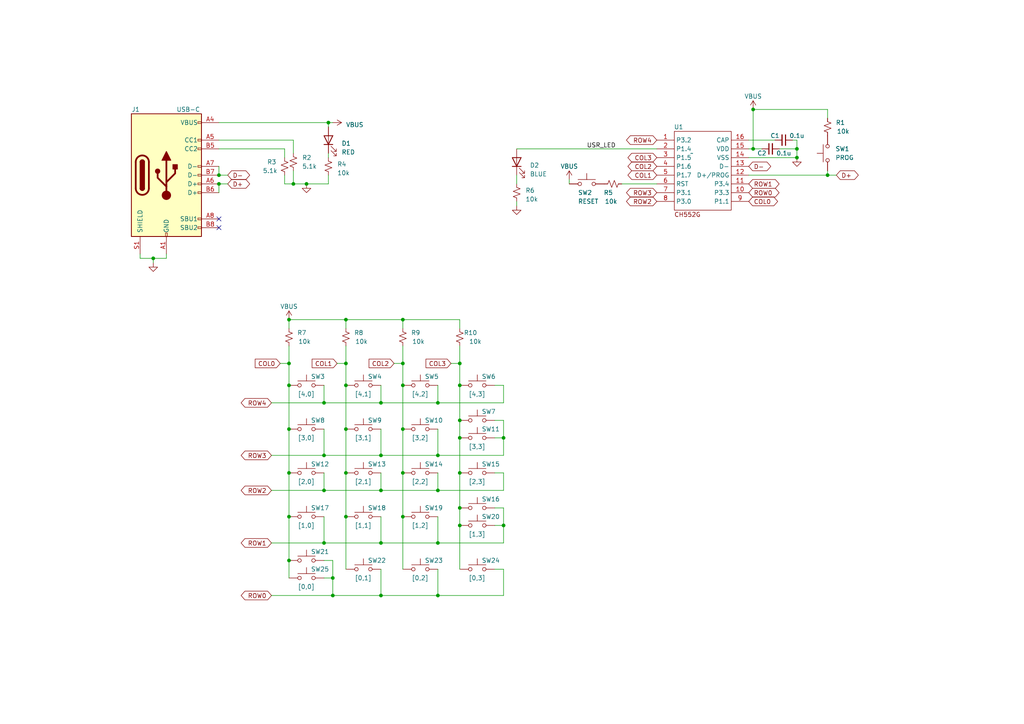
<source format=kicad_sch>
(kicad_sch (version 20230121) (generator eeschema)
  (paper "A4")
  (lib_symbols
    (symbol "Connector:USB_C_Receptacle_USB2.0" (pin_names (offset 1.016))
      (property "Reference" "J" (at -10.16 19.05 0))
      (property "Value" "USB_C_Receptacle_USB2.0" (at 19.05 19.05 0))
      (symbol "USB_C_Receptacle_USB2.0_0_0"
        (rectangle (start -0.254 -17.78) (end 0.254 -16.764))
        (rectangle (start 10.16 -14.986) (end 9.144 -15.494))
        (rectangle (start 10.16 -12.446) (end 9.144 -12.954))
        (rectangle (start 10.16 -4.826) (end 9.144 -5.334))
        (rectangle (start 10.16 -2.286) (end 9.144 -2.794))
        (rectangle (start 10.16 0.254) (end 9.144 -0.254))
        (rectangle (start 10.16 2.794) (end 9.144 2.286))
        (rectangle (start 10.16 7.874) (end 9.144 7.366))
        (rectangle (start 10.16 10.414) (end 9.144 9.906))
        (rectangle (start 10.16 15.494) (end 9.144 14.986))
      )
      (symbol "USB_C_Receptacle_USB2.0_0_1"
        (rectangle (start -10.16 17.78) (end 10.16 -17.78) (stroke (width 0.254)) (fill (type background)))
        (arc (start -8.89 -3.81) (mid -6.985 -5.7067) (end -5.08 -3.81) (stroke (width 0.508)))
        (arc (start -7.62 -3.81) (mid -6.985 -4.4423) (end -6.35 -3.81) (stroke (width 0.254)))
        (arc (start -7.62 -3.81) (mid -6.985 -4.4423) (end -6.35 -3.81) (stroke (width 0.254)) (fill (type outline)))
        (rectangle (start -7.62 -3.81) (end -6.35 3.81) (stroke (width 0.254)) (fill (type outline)))
        (arc (start -6.35 3.81) (mid -6.985 4.4423) (end -7.62 3.81) (stroke (width 0.254)))
        (arc (start -6.35 3.81) (mid -6.985 4.4423) (end -7.62 3.81) (stroke (width 0.254)) (fill (type outline)))
        (arc (start -5.08 3.81) (mid -6.985 5.7067) (end -8.89 3.81) (stroke (width 0.508)))
        (circle (center -2.54 1.143) (radius 0.635) (stroke (width 0.254)) (fill (type outline)))
        (circle (center 0 -5.842) (radius 1.27) (fill (type outline)))
        (polyline (pts (xy -8.89 -3.81) (xy -8.89 3.81)) (stroke (width 0.508)))
        (polyline (pts (xy -5.08 3.81) (xy -5.08 -3.81)) (stroke (width 0.508)))
        (polyline (pts (xy 0 -5.842) (xy 0 4.318)) (stroke (width 0.508)))
        (polyline (pts (xy 0 -3.302) (xy -2.54 -0.762) (xy -2.54 0.508)) (stroke (width 0.508)))
        (polyline (pts (xy 0 -2.032) (xy 2.54 0.508) (xy 2.54 1.778)) (stroke (width 0.508)))
        (polyline (pts (xy -1.27 4.318) (xy 0 6.858) (xy 1.27 4.318) (xy -1.27 4.318)) (stroke (width 0.254)) (fill (type outline)))
        (rectangle (start 1.905 1.778) (end 3.175 3.048) (stroke (width 0.254)) (fill (type outline)))
      )
      (symbol "USB_C_Receptacle_USB2.0_1_1"
        (pin passive line (at 0 -22.86 90) (length 5.08) (name "GND") (number "A1"))
        (pin passive line (at 0 -22.86 90) (length 5.08) hide (name "GND") (number "A12"))
        (pin passive line (at 15.24 15.24 180) (length 5.08) (name "VBUS") (number "A4"))
        (pin bidirectional line (at 15.24 10.16 180) (length 5.08) (name "CC1") (number "A5"))
        (pin bidirectional line (at 15.24 -2.54 180) (length 5.08) (name "D+") (number "A6"))
        (pin bidirectional line (at 15.24 2.54 180) (length 5.08) (name "D-") (number "A7"))
        (pin bidirectional line (at 15.24 -12.7 180) (length 5.08) (name "SBU1") (number "A8"))
        (pin passive line (at 15.24 15.24 180) (length 5.08) hide (name "VBUS") (number "A9"))
        (pin passive line (at 0 -22.86 90) (length 5.08) hide (name "GND") (number "B1"))
        (pin passive line (at 0 -22.86 90) (length 5.08) hide (name "GND") (number "B12"))
        (pin passive line (at 15.24 15.24 180) (length 5.08) hide (name "VBUS") (number "B4"))
        (pin bidirectional line (at 15.24 7.62 180) (length 5.08) (name "CC2") (number "B5"))
        (pin bidirectional line (at 15.24 -5.08 180) (length 5.08) (name "D+") (number "B6"))
        (pin bidirectional line (at 15.24 0 180) (length 5.08) (name "D-") (number "B7"))
        (pin bidirectional line (at 15.24 -15.24 180) (length 5.08) (name "SBU2") (number "B8"))
        (pin passive line (at 15.24 15.24 180) (length 5.08) hide (name "VBUS") (number "B9"))
        (pin passive line (at -7.62 -22.86 90) (length 5.08) (name "SHIELD") (number "S1"))
      )
    )
    (symbol "Device:C_Small" (pin_numbers hide) (pin_names (offset 0.254) hide)
      (property "Reference" "C" (at 0.254 1.778 0))
      (property "Value" "C_Small" (at 0.254 -2.032 0))
      (symbol "C_Small_0_1"
        (polyline (pts (xy -1.524 -0.508) (xy 1.524 -0.508)) (stroke (width 0.3302)))
        (polyline (pts (xy -1.524 0.508) (xy 1.524 0.508)) (stroke (width 0.3048)))
      )
      (symbol "C_Small_1_1"
        (pin passive line (at 0 2.54 270) (length 2.032) (name "~") (number "1"))
        (pin passive line (at 0 -2.54 90) (length 2.032) (name "~") (number "2"))
      )
    )
    (symbol "Device:LED" (pin_numbers hide) (pin_names (offset 1.016) hide)
      (property "Reference" "D" (at 0 2.54 0))
      (property "Value" "LED" (at 0 -2.54 0))
      (symbol "LED_0_1"
        (polyline (pts (xy -1.27 -1.27) (xy -1.27 1.27)) (stroke (width 0.254)))
        (polyline (pts (xy -1.27 0) (xy 1.27 0)))
        (polyline (pts (xy 1.27 -1.27) (xy 1.27 1.27) (xy -1.27 0) (xy 1.27 -1.27)) (stroke (width 0.254)))
        (polyline (pts (xy -3.048 -0.762) (xy -4.572 -2.286) (xy -3.81 -2.286) (xy -4.572 -2.286) (xy -4.572 -1.524)))
        (polyline (pts (xy -1.778 -0.762) (xy -3.302 -2.286) (xy -2.54 -2.286) (xy -3.302 -2.286) (xy -3.302 -1.524)))
      )
      (symbol "LED_1_1"
        (pin passive line (at -3.81 0 0) (length 2.54) (name "K") (number "1"))
        (pin passive line (at 3.81 0 180) (length 2.54) (name "A") (number "2"))
      )
    )
    (symbol "Device:R_Small_US" (pin_numbers hide) (pin_names (offset 0.254) hide)
      (property "Reference" "R" (at 0.762 0.508 0))
      (property "Value" "R_Small_US" (at 0.762 -1.016 0))
      (symbol "R_Small_US_1_1"
        (polyline (pts (xy 0 0) (xy 1.016 -0.381) (xy 0 -0.762) (xy -1.016 -1.143) (xy 0 -1.524)))
        (polyline (pts (xy 0 1.524) (xy 1.016 1.143) (xy 0 0.762) (xy -1.016 0.381) (xy 0 0)))
        (pin passive line (at 0 2.54 270) (length 1.016) (name "~") (number "1"))
        (pin passive line (at 0 -2.54 90) (length 1.016) (name "~") (number "2"))
      )
    )
    (symbol "Switch:SW_Push" (pin_numbers hide) (pin_names (offset 1.016) hide)
      (property "Reference" "SW" (at 1.27 2.54 0))
      (property "Value" "SW_Push" (at 0 -1.524 0))
      (symbol "SW_Push_0_1"
        (circle (center -2.032 0) (radius 0.508))
        (polyline (pts (xy 0 1.27) (xy 0 3.048)))
        (polyline (pts (xy 2.54 1.27) (xy -2.54 1.27)))
        (circle (center 2.032 0) (radius 0.508))
        (pin passive line (at -5.08 0 0) (length 2.54) (name "1") (number "1"))
        (pin passive line (at 5.08 0 180) (length 2.54) (name "2") (number "2"))
      )
    )
    (symbol "custom:CH552G"
      (property "Reference" "U" (at -3.81 7.62 0))
      (symbol "CH552G_0_1"
        (rectangle (start -5.08 6.35) (end 11.43 -16.51))
      )
      (symbol "CH552G_1_1"
        (text "CH552G\n" (at -1.27 -17.78 0) (effects (font (size 1.27 1.27))))
        (pin bidirectional line (at -10.16 3.81 0) (length 5.08) (name "P3.2") (number "1"))
        (pin bidirectional line (at 16.51 -11.43 180) (length 5.08) (name "P3.3") (number "10"))
        (pin bidirectional line (at 16.51 -8.89 180) (length 5.08) (name "P3.4") (number "11"))
        (pin bidirectional line (at 16.51 -6.35 180) (length 5.08) (name "D+/PROG") (number "12"))
        (pin bidirectional line (at 16.51 -3.81 180) (length 5.08) (name "D-") (number "13"))
        (pin bidirectional line (at 16.51 -1.27 180) (length 5.08) (name "VSS") (number "14"))
        (pin bidirectional line (at 16.51 1.27 180) (length 5.08) (name "VDD") (number "15"))
        (pin bidirectional line (at 16.51 3.81 180) (length 5.08) (name "CAP") (number "16"))
        (pin bidirectional line (at -10.16 1.27 0) (length 5.08) (name "P1.4") (number "2"))
        (pin bidirectional line (at -10.16 -1.27 0) (length 5.08) (name "P1.5") (number "3"))
        (pin bidirectional line (at -10.16 -3.81 0) (length 5.08) (name "P1.6") (number "4"))
        (pin bidirectional line (at -10.16 -6.35 0) (length 5.08) (name "P1.7") (number "5"))
        (pin bidirectional line (at -10.16 -8.89 0) (length 5.08) (name "RST") (number "6"))
        (pin bidirectional line (at -10.16 -11.43 0) (length 5.08) (name "P3.1") (number "7"))
        (pin bidirectional line (at -10.16 -13.97 0) (length 5.08) (name "P3.0") (number "8"))
        (pin bidirectional line (at 16.51 -13.97 180) (length 5.08) (name "P1.1") (number "9"))
      )
    )
    (symbol "power:GND" (power) (pin_names (offset 0))
      (property "Value" "GND" (at 0 -3.81 0))
      (symbol "GND_0_1"
        (polyline (pts (xy 0 0) (xy 0 -1.27) (xy 1.27 -1.27) (xy 0 -2.54) (xy -1.27 -1.27) (xy 0 -1.27)))
      )
      (symbol "GND_1_1"
        (pin power_in line (at 0 0 270) (length 0) hide (name "GND") (number "1"))
      )
    )
    (symbol "power:VBUS" (power) (pin_names (offset 0))
      (property "Value" "VBUS" (at 0 3.81 0))
      (symbol "VBUS_0_1"
        (polyline (pts (xy -0.762 1.27) (xy 0 2.54)))
        (polyline (pts (xy 0 0) (xy 0 2.54)))
        (polyline (pts (xy 0 2.54) (xy 0.762 1.27)))
      )
      (symbol "VBUS_1_1"
        (pin power_in line (at 0 0 90) (length 0) hide (name "VBUS") (number "1"))
      )
    )
  )
  (junction (at 93.98 142.24))
  (junction (at 100.33 92.71))
  (junction (at 146.05 127))
  (junction (at 116.84 111.76))
  (junction (at 127 142.24))
  (junction (at 133.35 152.4))
  (junction (at 133.35 105.41))
  (junction (at 231.14 45.72))
  (junction (at 127 132.08))
  (junction (at 127 157.48))
  (junction (at 110.49 116.84))
  (junction (at 83.82 92.71))
  (junction (at 85.09 53.34))
  (junction (at 133.35 137.16))
  (junction (at 127 172.72))
  (junction (at 93.98 116.84))
  (junction (at 116.84 124.46))
  (junction (at 83.82 105.41))
  (junction (at 218.44 43.18))
  (junction (at 116.84 105.41))
  (junction (at 93.98 157.48))
  (junction (at 110.49 132.08))
  (junction (at 110.49 172.72))
  (junction (at 93.98 132.08))
  (junction (at 83.82 162.56))
  (junction (at 100.33 105.41))
  (junction (at 83.82 149.86))
  (junction (at 100.33 149.86))
  (junction (at 116.84 149.86))
  (junction (at 240.03 50.8))
  (junction (at 83.82 124.46))
  (junction (at 116.84 92.71))
  (junction (at 63.5 53.34))
  (junction (at 96.52 172.72))
  (junction (at 133.35 127))
  (junction (at 88.9 53.34))
  (junction (at 127 116.84))
  (junction (at 100.33 111.76))
  (junction (at 100.33 124.46))
  (junction (at 231.14 43.18))
  (junction (at 133.35 147.32))
  (junction (at 100.33 137.16))
  (junction (at 110.49 157.48))
  (junction (at 110.49 142.24))
  (junction (at 83.82 137.16))
  (junction (at 63.5 50.8))
  (junction (at 133.35 111.76))
  (junction (at 83.82 111.76))
  (junction (at 95.25 35.56))
  (junction (at 133.35 121.92))
  (junction (at 146.05 152.4))
  (junction (at 218.44 31.75))
  (junction (at 96.52 167.64))
  (junction (at 44.45 74.93))
  (junction (at 116.84 137.16))
  (no_connect (at 63.5 63.5))
  (no_connect (at 63.5 66.04))
  (wire (pts (xy 240.03 34.29) (xy 240.03 31.75)))
  (wire (pts (xy 143.51 127) (xy 146.05 127)))
  (wire (pts (xy 146.05 111.76) (xy 143.51 111.76)))
  (wire (pts (xy 93.98 124.46) (xy 93.98 132.08)))
  (wire (pts (xy 217.17 45.72) (xy 231.14 45.72)))
  (wire (pts (xy 95.25 44.45) (xy 95.25 45.72)))
  (wire (pts (xy 110.49 111.76) (xy 110.49 116.84)))
  (wire (pts (xy 218.44 31.75) (xy 218.44 43.18)))
  (wire (pts (xy 226.06 43.18) (xy 231.14 43.18)))
  (wire (pts (xy 83.82 111.76) (xy 83.82 124.46)))
  (wire (pts (xy 110.49 116.84) (xy 127 116.84)))
  (wire (pts (xy 100.33 111.76) (xy 100.33 124.46)))
  (wire (pts (xy 78.74 157.48) (xy 93.98 157.48)))
  (wire (pts (xy 146.05 137.16) (xy 143.51 137.16)))
  (wire (pts (xy 93.98 162.56) (xy 96.52 162.56)))
  (wire (pts (xy 143.51 152.4) (xy 146.05 152.4)))
  (wire (pts (xy 48.26 73.66) (xy 48.26 74.93)))
  (wire (pts (xy 133.35 105.41) (xy 133.35 111.76)))
  (wire (pts (xy 127 137.16) (xy 127 142.24)))
  (wire (pts (xy 44.45 74.93) (xy 44.45 76.2)))
  (wire (pts (xy 100.33 100.33) (xy 100.33 105.41)))
  (wire (pts (xy 110.49 157.48) (xy 93.98 157.48)))
  (wire (pts (xy 217.17 40.64) (xy 224.79 40.64)))
  (wire (pts (xy 97.79 105.41) (xy 100.33 105.41)))
  (wire (pts (xy 110.49 132.08) (xy 93.98 132.08)))
  (wire (pts (xy 40.64 73.66) (xy 40.64 74.93)))
  (wire (pts (xy 133.35 137.16) (xy 133.35 147.32)))
  (wire (pts (xy 218.44 43.18) (xy 220.98 43.18)))
  (wire (pts (xy 127 157.48) (xy 110.49 157.48)))
  (wire (pts (xy 231.14 45.72) (xy 231.14 43.18)))
  (wire (pts (xy 240.03 49.53) (xy 240.03 50.8)))
  (wire (pts (xy 96.52 162.56) (xy 96.52 167.64)))
  (wire (pts (xy 146.05 147.32) (xy 146.05 152.4)))
  (wire (pts (xy 130.81 105.41) (xy 133.35 105.41)))
  (wire (pts (xy 110.49 137.16) (xy 110.49 142.24)))
  (wire (pts (xy 63.5 43.18) (xy 82.55 43.18)))
  (wire (pts (xy 133.35 100.33) (xy 133.35 105.41)))
  (wire (pts (xy 127 116.84) (xy 146.05 116.84)))
  (wire (pts (xy 217.17 50.8) (xy 240.03 50.8)))
  (wire (pts (xy 116.84 92.71) (xy 133.35 92.71)))
  (wire (pts (xy 127 124.46) (xy 127 132.08)))
  (wire (pts (xy 143.51 121.92) (xy 146.05 121.92)))
  (wire (pts (xy 83.82 92.71) (xy 100.33 92.71)))
  (wire (pts (xy 100.33 105.41) (xy 100.33 111.76)))
  (wire (pts (xy 83.82 124.46) (xy 83.82 137.16)))
  (wire (pts (xy 146.05 137.16) (xy 146.05 142.24)))
  (wire (pts (xy 116.84 105.41) (xy 116.84 111.76)))
  (wire (pts (xy 229.87 40.64) (xy 231.14 40.64)))
  (wire (pts (xy 82.55 53.34) (xy 85.09 53.34)))
  (wire (pts (xy 78.74 116.84) (xy 93.98 116.84)))
  (wire (pts (xy 93.98 137.16) (xy 93.98 142.24)))
  (wire (pts (xy 85.09 49.53) (xy 85.09 53.34)))
  (wire (pts (xy 93.98 149.86) (xy 93.98 157.48)))
  (wire (pts (xy 146.05 111.76) (xy 146.05 116.84)))
  (wire (pts (xy 83.82 162.56) (xy 83.82 167.64)))
  (wire (pts (xy 63.5 53.34) (xy 63.5 55.88)))
  (wire (pts (xy 127 165.1) (xy 127 172.72)))
  (wire (pts (xy 100.33 92.71) (xy 116.84 92.71)))
  (wire (pts (xy 116.84 100.33) (xy 116.84 105.41)))
  (wire (pts (xy 127 142.24) (xy 146.05 142.24)))
  (wire (pts (xy 133.35 127) (xy 133.35 137.16)))
  (wire (pts (xy 63.5 35.56) (xy 95.25 35.56)))
  (wire (pts (xy 82.55 50.8) (xy 82.55 53.34)))
  (wire (pts (xy 146.05 132.08) (xy 127 132.08)))
  (wire (pts (xy 100.33 92.71) (xy 100.33 95.25)))
  (wire (pts (xy 110.49 172.72) (xy 96.52 172.72)))
  (wire (pts (xy 110.49 172.72) (xy 127 172.72)))
  (wire (pts (xy 149.86 59.69) (xy 149.86 58.42)))
  (wire (pts (xy 63.5 53.34) (xy 66.04 53.34)))
  (wire (pts (xy 116.84 137.16) (xy 116.84 149.86)))
  (wire (pts (xy 146.05 127) (xy 146.05 132.08)))
  (wire (pts (xy 114.3 105.41) (xy 116.84 105.41)))
  (wire (pts (xy 95.25 50.8) (xy 95.25 53.34)))
  (wire (pts (xy 133.35 121.92) (xy 133.35 127)))
  (wire (pts (xy 116.84 124.46) (xy 116.84 137.16)))
  (wire (pts (xy 95.25 35.56) (xy 95.25 36.83)))
  (wire (pts (xy 180.34 53.34) (xy 190.5 53.34)))
  (wire (pts (xy 217.17 43.18) (xy 218.44 43.18)))
  (wire (pts (xy 93.98 116.84) (xy 110.49 116.84)))
  (wire (pts (xy 78.74 142.24) (xy 93.98 142.24)))
  (wire (pts (xy 110.49 165.1) (xy 110.49 172.72)))
  (wire (pts (xy 127 132.08) (xy 110.49 132.08)))
  (wire (pts (xy 78.74 172.72) (xy 96.52 172.72)))
  (wire (pts (xy 93.98 111.76) (xy 93.98 116.84)))
  (wire (pts (xy 240.03 50.8) (xy 242.57 50.8)))
  (wire (pts (xy 149.86 50.8) (xy 149.86 53.34)))
  (wire (pts (xy 133.35 152.4) (xy 133.35 165.1)))
  (wire (pts (xy 96.52 35.56) (xy 95.25 35.56)))
  (wire (pts (xy 88.9 53.34) (xy 95.25 53.34)))
  (wire (pts (xy 83.82 149.86) (xy 83.82 162.56)))
  (wire (pts (xy 63.5 50.8) (xy 66.04 50.8)))
  (wire (pts (xy 116.84 149.86) (xy 116.84 165.1)))
  (wire (pts (xy 85.09 40.64) (xy 85.09 44.45)))
  (wire (pts (xy 133.35 147.32) (xy 133.35 152.4)))
  (wire (pts (xy 82.55 43.18) (xy 82.55 45.72)))
  (wire (pts (xy 218.44 31.75) (xy 240.03 31.75)))
  (wire (pts (xy 149.86 43.18) (xy 190.5 43.18)))
  (wire (pts (xy 83.82 137.16) (xy 83.82 149.86)))
  (wire (pts (xy 231.14 43.18) (xy 231.14 40.64)))
  (wire (pts (xy 146.05 157.48) (xy 127 157.48)))
  (wire (pts (xy 133.35 111.76) (xy 133.35 121.92)))
  (wire (pts (xy 133.35 95.25) (xy 133.35 92.71)))
  (wire (pts (xy 110.49 124.46) (xy 110.49 132.08)))
  (wire (pts (xy 127 111.76) (xy 127 116.84)))
  (wire (pts (xy 110.49 149.86) (xy 110.49 157.48)))
  (wire (pts (xy 100.33 137.16) (xy 100.33 149.86)))
  (wire (pts (xy 63.5 48.26) (xy 63.5 50.8)))
  (wire (pts (xy 127 172.72) (xy 146.05 172.72)))
  (wire (pts (xy 83.82 100.33) (xy 83.82 105.41)))
  (wire (pts (xy 127 149.86) (xy 127 157.48)))
  (wire (pts (xy 85.09 53.34) (xy 88.9 53.34)))
  (wire (pts (xy 116.84 111.76) (xy 116.84 124.46)))
  (wire (pts (xy 83.82 95.25) (xy 83.82 92.71)))
  (wire (pts (xy 143.51 147.32) (xy 146.05 147.32)))
  (wire (pts (xy 63.5 40.64) (xy 85.09 40.64)))
  (wire (pts (xy 100.33 124.46) (xy 100.33 137.16)))
  (wire (pts (xy 78.74 132.08) (xy 93.98 132.08)))
  (wire (pts (xy 81.28 105.41) (xy 83.82 105.41)))
  (wire (pts (xy 146.05 165.1) (xy 146.05 172.72)))
  (wire (pts (xy 96.52 167.64) (xy 96.52 172.72)))
  (wire (pts (xy 116.84 92.71) (xy 116.84 95.25)))
  (wire (pts (xy 48.26 74.93) (xy 44.45 74.93)))
  (wire (pts (xy 146.05 152.4) (xy 146.05 157.48)))
  (wire (pts (xy 165.1 52.07) (xy 165.1 53.34)))
  (wire (pts (xy 93.98 167.64) (xy 96.52 167.64)))
  (wire (pts (xy 40.64 74.93) (xy 44.45 74.93)))
  (wire (pts (xy 110.49 142.24) (xy 93.98 142.24)))
  (wire (pts (xy 127 142.24) (xy 110.49 142.24)))
  (wire (pts (xy 83.82 105.41) (xy 83.82 111.76)))
  (wire (pts (xy 146.05 121.92) (xy 146.05 127)))
  (wire (pts (xy 100.33 149.86) (xy 100.33 165.1)))
  (wire (pts (xy 146.05 165.1) (xy 143.51 165.1)))
  (label "USR_LED" (at 170.18 43.18 0))
  (global_label "ROW4" (shape bidirectional) (at 78.74 116.84 180) (property "Intersheetrefs" "${INTERSHEET_REFS}" (effects hide)))
  (global_label "COL2" (shape bidirectional) (at 190.5 48.26 180) (property "Intersheetrefs" "${INTERSHEET_REFS}" (effects hide)))
  (global_label "ROW2" (shape bidirectional) (at 78.74 142.24 180) (property "Intersheetrefs" "${INTERSHEET_REFS}" (effects hide)))
  (global_label "D+" (shape bidirectional) (at 66.04 53.34 0) (property "Intersheetrefs" "${INTERSHEET_REFS}" (effects hide)))
  (global_label "ROW0" (shape bidirectional) (at 217.17 55.88 0) (property "Intersheetrefs" "${INTERSHEET_REFS}" (effects hide)))
  (global_label "COL1" (shape input) (at 97.79 105.41 180) (property "Intersheetrefs" "${INTERSHEET_REFS}" (effects hide)))
  (global_label "COL3" (shape bidirectional) (at 190.5 45.72 180) (property "Intersheetrefs" "${INTERSHEET_REFS}" (effects hide)))
  (global_label "ROW0" (shape bidirectional) (at 78.74 172.72 180) (property "Intersheetrefs" "${INTERSHEET_REFS}" (effects hide)))
  (global_label "ROW3" (shape bidirectional) (at 78.74 132.08 180) (property "Intersheetrefs" "${INTERSHEET_REFS}" (effects hide)))
  (global_label "ROW1" (shape bidirectional) (at 78.74 157.48 180) (property "Intersheetrefs" "${INTERSHEET_REFS}" (effects hide)))
  (global_label "COL0" (shape bidirectional) (at 217.17 58.42 0) (property "Intersheetrefs" "${INTERSHEET_REFS}" (effects hide)))
  (global_label "D-" (shape bidirectional) (at 217.17 48.26 0) (property "Intersheetrefs" "${INTERSHEET_REFS}" (effects hide)))
  (global_label "COL2" (shape input) (at 114.3 105.41 180) (property "Intersheetrefs" "${INTERSHEET_REFS}" (effects hide)))
  (global_label "COL0" (shape input) (at 81.28 105.41 180) (property "Intersheetrefs" "${INTERSHEET_REFS}" (effects hide)))
  (global_label "COL3" (shape input) (at 130.81 105.41 180) (property "Intersheetrefs" "${INTERSHEET_REFS}" (effects hide)))
  (global_label "ROW3" (shape bidirectional) (at 190.5 55.88 180) (property "Intersheetrefs" "${INTERSHEET_REFS}" (effects hide)))
  (global_label "D+" (shape bidirectional) (at 242.57 50.8 0) (property "Intersheetrefs" "${INTERSHEET_REFS}" (effects hide)))
  (global_label "D-" (shape bidirectional) (at 66.04 50.8 0) (property "Intersheetrefs" "${INTERSHEET_REFS}" (effects hide)))
  (global_label "ROW1" (shape bidirectional) (at 217.17 53.34 0) (property "Intersheetrefs" "${INTERSHEET_REFS}" (effects hide)))
  (global_label "ROW4" (shape bidirectional) (at 190.5 40.64 180) (property "Intersheetrefs" "${INTERSHEET_REFS}" (effects hide)))
  (global_label "COL1" (shape bidirectional) (at 190.5 50.8 180) (property "Intersheetrefs" "${INTERSHEET_REFS}" (effects hide)))
  (global_label "ROW2" (shape bidirectional) (at 190.5 58.42 180) (property "Intersheetrefs" "${INTERSHEET_REFS}" (effects hide)))
  (symbol (lib_id "power:GND") (at 44.45 76.2 0) (unit 1)
    (property "Reference" "#PWR07" (effects hide))
    (property "Value" "GND" (effects hide))
  )
  (symbol (lib_id "Device:R_Small_US") (at 240.03 36.83 180) (unit 1)
    (property "Reference" "R1" (at 245.11 35.56 0) (effects (justify left)))
    (property "Value" "10k" (at 246.38 38.1 0) (effects (justify left)))
    (property "Footprint" "Resistor_SMD:R_0805_2012Metric_Pad1.20x1.40mm_HandSolder" (effects hide))
  )
  (symbol (lib_id "Device:C_Small") (at 227.33 40.64 270) (unit 1)
    (property "Reference" "C1" (at 224.79 39.37 90))
    (property "Value" "0.1u" (at 231.14 39.37 90))
    (property "Footprint" "Capacitor_SMD:C_0805_2012Metric_Pad1.18x1.45mm_HandSolder" (effects hide))
  )
  (symbol (lib_id "Switch:SW_Push") (at 121.92 124.46 0) (unit 1)
    (property "Reference" "SW10" (at 123.19 121.92 0) (effects (justify left)))
    (property "Value" "[3,2]" (at 119.38 127 0) (effects (justify left)))
    (property "Footprint" "Button_Switch_Keyboard:SW_Cherry_MX_1.00u_Plate" (effects hide))
  )
  (symbol (lib_id "Device:R_Small_US") (at 83.82 97.79 180) (unit 1)
    (property "Reference" "R7" (at 88.9 96.52 0) (effects (justify left)))
    (property "Value" "10k" (at 90.17 99.06 0) (effects (justify left)))
    (property "Footprint" "Resistor_SMD:R_0805_2012Metric_Pad1.20x1.40mm_HandSolder" (effects hide))
  )
  (symbol (lib_id "Switch:SW_Push") (at 88.9 137.16 0) (unit 1)
    (property "Reference" "SW12" (at 90.17 134.62 0) (effects (justify left)))
    (property "Value" "[2,0]" (at 86.36 139.7 0) (effects (justify left)))
    (property "Footprint" "Button_Switch_Keyboard:SW_Cherry_MX_1.00u_Plate" (effects hide))
  )
  (symbol (lib_id "Switch:SW_Push") (at 105.41 165.1 0) (unit 1)
    (property "Reference" "SW22" (at 106.68 162.56 0) (effects (justify left)))
    (property "Value" "[0,1]" (at 102.87 167.64 0) (effects (justify left)))
    (property "Footprint" "Button_Switch_Keyboard:SW_Cherry_MX_1.00u_Plate" (effects hide))
  )
  (symbol (lib_id "power:VBUS") (at 83.82 92.71 0) (unit 1)
    (property "Reference" "#PWR08" (effects hide))
    (property "Value" "VBUS" (at 83.82 88.9 0))
  )
  (symbol (lib_id "Switch:SW_Push") (at 121.92 165.1 0) (unit 1)
    (property "Reference" "SW23" (at 123.19 162.56 0) (effects (justify left)))
    (property "Value" "[0,2]" (at 119.38 167.64 0) (effects (justify left)))
    (property "Footprint" "Button_Switch_Keyboard:SW_Cherry_MX_1.00u_Plate" (effects hide))
  )
  (symbol (lib_id "Device:R_Small_US") (at 95.25 48.26 0) (unit 1)
    (property "Reference" "R4" (at 97.79 47.625 0) (effects (justify left)))
    (property "Value" "10k" (at 97.79 50.165 0) (effects (justify left)))
    (property "Footprint" "Resistor_SMD:R_0805_2012Metric_Pad1.20x1.40mm_HandSolder" (effects hide))
  )
  (symbol (lib_id "power:GND") (at 149.86 59.69 0) (unit 1)
    (property "Reference" "#PWR06" (effects hide))
    (property "Value" "GND" (effects hide))
  )
  (symbol (lib_id "Device:LED") (at 149.86 46.99 90) (unit 1)
    (property "Reference" "D2" (at 153.67 47.9425 90) (effects (justify right)))
    (property "Value" "BLUE" (at 153.67 50.4825 90) (effects (justify right)))
    (property "Footprint" "Capacitor_SMD:C_0805_2012Metric_Pad1.18x1.45mm_HandSolder" (effects hide))
  )
  (symbol (lib_id "power:VBUS") (at 96.52 35.56 270) (unit 1)
    (property "Reference" "#PWR02" (effects hide))
    (property "Value" "VBUS" (at 100.33 36.195 90) (effects (justify left)))
  )
  (symbol (lib_id "Switch:SW_Push") (at 105.41 111.76 0) (unit 1)
    (property "Reference" "SW4" (at 106.68 109.22 0) (effects (justify left)))
    (property "Value" "[4,1]" (at 102.87 114.3 0) (effects (justify left)))
    (property "Footprint" "Button_Switch_Keyboard:SW_Cherry_MX_1.00u_Plate" (effects hide))
  )
  (symbol (lib_id "Device:R_Small_US") (at 149.86 55.88 0) (unit 1)
    (property "Reference" "R6" (at 152.4 55.245 0) (effects (justify left)))
    (property "Value" "10k" (at 152.4 57.785 0) (effects (justify left)))
    (property "Footprint" "Resistor_SMD:R_0805_2012Metric_Pad1.20x1.40mm_HandSolder" (effects hide))
  )
  (symbol (lib_id "Switch:SW_Push") (at 138.43 111.76 0) (unit 1)
    (property "Reference" "SW6" (at 139.7 109.22 0) (effects (justify left)))
    (property "Value" "[4,3]" (at 135.89 114.3 0) (effects (justify left)))
    (property "Footprint" "Button_Switch_Keyboard:SW_Cherry_MX_1.00u_Plate" (effects hide))
  )
  (symbol (lib_id "Switch:SW_Push") (at 105.41 137.16 0) (unit 1)
    (property "Reference" "SW13" (at 106.68 134.62 0) (effects (justify left)))
    (property "Value" "[2,1]" (at 102.87 139.7 0) (effects (justify left)))
    (property "Footprint" "Button_Switch_Keyboard:SW_Cherry_MX_1.00u_Plate" (effects hide))
  )
  (symbol (lib_id "Switch:SW_Push") (at 138.43 147.32 0) (unit 1)
    (property "Reference" "SW16" (at 139.7 144.78 0) (effects (justify left)))
    (property "Value" "[1,3]" (effects hide))
    (property "Footprint" "Button_Switch_Keyboard:SW_Cherry_MX_1.00u_Plate" (effects hide))
  )
  (symbol (lib_id "power:GND") (at 88.9 53.34 0) (unit 1)
    (property "Reference" "#PWR05" (effects hide))
    (property "Value" "GND" (effects hide))
  )
  (symbol (lib_id "Switch:SW_Push") (at 170.18 53.34 0) (unit 1)
    (property "Reference" "SW2" (at 167.64 55.88 0) (effects (justify left)))
    (property "Value" "RESET" (at 167.64 58.42 0) (effects (justify left)))
    (property "Footprint" "custom:SW_SPST_TS5216A" (effects hide))
  )
  (symbol (lib_id "Switch:SW_Push") (at 105.41 124.46 0) (unit 1)
    (property "Reference" "SW9" (at 106.68 121.92 0) (effects (justify left)))
    (property "Value" "[3,1]" (at 102.87 127 0) (effects (justify left)))
    (property "Footprint" "Button_Switch_Keyboard:SW_Cherry_MX_1.00u_Plate" (effects hide))
  )
  (symbol (lib_id "Device:R_Small_US") (at 133.35 97.79 180) (unit 1)
    (property "Reference" "R10" (at 138.43 96.52 0) (effects (justify left)))
    (property "Value" "10k" (at 139.7 99.06 0) (effects (justify left)))
    (property "Footprint" "Resistor_SMD:R_0805_2012Metric_Pad1.20x1.40mm_HandSolder" (effects hide))
  )
  (symbol (lib_id "Switch:SW_Push") (at 138.43 152.4 0) (unit 1)
    (property "Reference" "SW20" (at 139.7 149.86 0) (effects (justify left)))
    (property "Value" "[1,3]" (at 135.89 154.94 0) (effects (justify left)))
    (property "Footprint" "Button_Switch_Keyboard:SW_Cherry_MX_1.00u_Plate" (effects hide))
  )
  (symbol (lib_id "Switch:SW_Push") (at 121.92 149.86 0) (unit 1)
    (property "Reference" "SW19" (at 123.19 147.32 0) (effects (justify left)))
    (property "Value" "[1,2]" (at 119.38 152.4 0) (effects (justify left)))
    (property "Footprint" "Button_Switch_Keyboard:SW_Cherry_MX_1.00u_Plate" (effects hide))
  )
  (symbol (lib_id "Device:R_Small_US") (at 85.09 46.99 0) (unit 1)
    (property "Reference" "R2" (at 87.63 45.72 0) (effects (justify left)))
    (property "Value" "5.1k" (at 87.63 48.26 0) (effects (justify left)))
    (property "Footprint" "Resistor_SMD:R_0805_2012Metric_Pad1.20x1.40mm_HandSolder" (effects hide))
  )
  (symbol (lib_id "Switch:SW_Push") (at 88.9 162.56 0) (unit 1)
    (property "Reference" "SW21" (at 90.17 160.02 0) (effects (justify left)))
    (property "Value" "[0,0]" (effects hide))
    (property "Footprint" "Button_Switch_Keyboard:SW_Cherry_MX_1.00u_Plate" (effects hide))
  )
  (symbol (lib_id "Switch:SW_Push") (at 240.03 44.45 90) (unit 1)
    (property "Reference" "SW1" (at 246.38 43.18 90) (effects (justify left)))
    (property "Value" "PROG" (at 247.65 45.72 90) (effects (justify left)))
    (property "Footprint" "custom:SW_SPST_TS5216A" (effects hide))
  )
  (symbol (lib_id "Switch:SW_Push") (at 88.9 167.64 0) (unit 1)
    (property "Reference" "SW25" (at 90.17 165.1 0) (effects (justify left)))
    (property "Value" "[0,0]" (at 86.36 170.18 0) (effects (justify left)))
    (property "Footprint" "Button_Switch_Keyboard:SW_Cherry_MX_1.00u_Plate" (effects hide))
  )
  (symbol (lib_id "Switch:SW_Push") (at 88.9 124.46 0) (unit 1)
    (property "Reference" "SW8" (at 90.17 121.92 0) (effects (justify left)))
    (property "Value" "[3,0]" (at 86.36 127 0) (effects (justify left)))
    (property "Footprint" "Button_Switch_Keyboard:SW_Cherry_MX_1.00u_Plate" (effects hide))
  )
  (symbol (lib_id "Switch:SW_Push") (at 138.43 137.16 0) (unit 1)
    (property "Reference" "SW15" (at 139.7 134.62 0) (effects (justify left)))
    (property "Value" "[2,3]" (at 135.89 139.7 0) (effects (justify left)))
    (property "Footprint" "Button_Switch_Keyboard:SW_Cherry_MX_1.00u_Plate" (effects hide))
  )
  (symbol (lib_id "Switch:SW_Push") (at 138.43 121.92 0) (unit 1)
    (property "Reference" "SW7" (at 139.7 119.38 0) (effects (justify left)))
    (property "Value" "[3,3]" (effects hide))
    (property "Footprint" "Button_Switch_Keyboard:SW_Cherry_MX_1.00u_Plate" (effects hide))
  )
  (symbol (lib_id "Device:R_Small_US") (at 116.84 97.79 180) (unit 1)
    (property "Reference" "R9" (at 121.92 96.52 0) (effects (justify left)))
    (property "Value" "10k" (at 123.19 99.06 0) (effects (justify left)))
    (property "Footprint" "Resistor_SMD:R_0805_2012Metric_Pad1.20x1.40mm_HandSolder" (effects hide))
  )
  (symbol (lib_id "Switch:SW_Push") (at 121.92 111.76 0) (unit 1)
    (property "Reference" "SW5" (at 123.19 109.22 0) (effects (justify left)))
    (property "Value" "[4,2]" (at 119.38 114.3 0) (effects (justify left)))
    (property "Footprint" "Button_Switch_Keyboard:SW_Cherry_MX_1.00u_Plate" (effects hide))
  )
  (symbol (lib_id "Device:R_Small_US") (at 177.8 53.34 90) (unit 1)
    (property "Reference" "R5" (at 177.8 55.88 90) (effects (justify left)))
    (property "Value" "10k" (at 179.07 58.42 90) (effects (justify left)))
    (property "Footprint" "Resistor_SMD:R_0805_2012Metric_Pad1.20x1.40mm_HandSolder" (effects hide))
  )
  (symbol (lib_id "power:VBUS") (at 165.1 52.07 0) (unit 1)
    (property "Reference" "#PWR04" (effects hide))
    (property "Value" "VBUS" (at 165.1 48.26 0))
  )
  (symbol (lib_id "custom:CH552G") (at 200.66 44.45 0) (unit 1)
    (property "Reference" "U1" (at 196.85 36.83 0))
    (property "Value" "~" (at 200.66 44.45 0))
    (property "Footprint" "Package_SO:SOP-16_3.9x9.9mm_P1.27mm" (effects hide))
  )
  (symbol (lib_id "Device:LED") (at 95.25 40.64 90) (unit 1)
    (property "Reference" "D1" (at 99.06 41.5925 90) (effects (justify right)))
    (property "Value" "RED" (at 99.06 44.1325 90) (effects (justify right)))
    (property "Footprint" "Capacitor_SMD:C_0805_2012Metric_Pad1.18x1.45mm_HandSolder" (effects hide))
  )
  (symbol (lib_id "power:VBUS") (at 218.44 31.75 0) (unit 1)
    (property "Reference" "#PWR01" (effects hide))
    (property "Value" "VBUS" (at 218.44 27.94 0))
  )
  (symbol (lib_id "Device:C_Small") (at 223.52 43.18 90) (unit 1)
    (property "Reference" "C2" (at 220.98 44.45 90))
    (property "Value" "0.1u" (at 227.33 44.45 90))
    (property "Footprint" "Capacitor_SMD:C_0805_2012Metric_Pad1.18x1.45mm_HandSolder" (effects hide))
  )
  (symbol (lib_id "Device:R_Small_US") (at 100.33 97.79 180) (unit 1)
    (property "Reference" "R8" (at 105.41 96.52 0) (effects (justify left)))
    (property "Value" "10k" (at 106.68 99.06 0) (effects (justify left)))
    (property "Footprint" "Resistor_SMD:R_0805_2012Metric_Pad1.20x1.40mm_HandSolder" (effects hide))
  )
  (symbol (lib_id "Switch:SW_Push") (at 88.9 111.76 0) (unit 1)
    (property "Reference" "SW3" (at 90.17 109.22 0) (effects (justify left)))
    (property "Value" "[4,0]" (at 86.36 114.3 0) (effects (justify left)))
    (property "Footprint" "Button_Switch_Keyboard:SW_Cherry_MX_1.00u_Plate" (effects hide))
  )
  (symbol (lib_id "Device:R_Small_US") (at 82.55 48.26 0) (unit 1)
    (property "Reference" "R3" (at 77.47 46.99 0) (effects (justify left)))
    (property "Value" "5.1k" (at 76.2 49.53 0) (effects (justify left)))
    (property "Footprint" "Resistor_SMD:R_0805_2012Metric_Pad1.20x1.40mm_HandSolder" (effects hide))
  )
  (symbol (lib_id "Switch:SW_Push") (at 88.9 149.86 0) (unit 1)
    (property "Reference" "SW17" (at 90.17 147.32 0) (effects (justify left)))
    (property "Value" "[1,0]" (at 86.36 152.4 0) (effects (justify left)))
    (property "Footprint" "Button_Switch_Keyboard:SW_Cherry_MX_1.00u_Plate" (effects hide))
  )
  (symbol (lib_id "Switch:SW_Push") (at 121.92 137.16 0) (unit 1)
    (property "Reference" "SW14" (at 123.19 134.62 0) (effects (justify left)))
    (property "Value" "[2,2]" (at 119.38 139.7 0) (effects (justify left)))
    (property "Footprint" "Button_Switch_Keyboard:SW_Cherry_MX_1.00u_Plate" (effects hide))
  )
  (symbol (lib_id "Switch:SW_Push") (at 138.43 165.1 0) (unit 1)
    (property "Reference" "SW24" (at 139.7 162.56 0) (effects (justify left)))
    (property "Value" "[0,3]" (at 135.89 167.64 0) (effects (justify left)))
    (property "Footprint" "Button_Switch_Keyboard:SW_Cherry_MX_1.00u_Plate" (effects hide))
  )
  (symbol (lib_id "Switch:SW_Push") (at 105.41 149.86 0) (unit 1)
    (property "Reference" "SW18" (at 106.68 147.32 0) (effects (justify left)))
    (property "Value" "[1,1]" (at 102.87 152.4 0) (effects (justify left)))
    (property "Footprint" "Button_Switch_Keyboard:SW_Cherry_MX_1.00u_Plate" (effects hide))
  )
  (symbol (lib_id "Switch:SW_Push") (at 138.43 127 0) (unit 1)
    (property "Reference" "SW11" (at 139.7 124.46 0) (effects (justify left)))
    (property "Value" "[3,3]" (at 135.89 129.54 0) (effects (justify left)))
    (property "Footprint" "Button_Switch_Keyboard:SW_Cherry_MX_1.00u_Plate" (effects hide))
  )
  (symbol (lib_id "power:GND") (at 231.14 45.72 0) (unit 1)
    (property "Reference" "#PWR03" (effects hide))
    (property "Value" "GND" (effects hide))
  )
  (symbol (lib_id "Connector:USB_C_Receptacle_USB2.0") (at 48.26 50.8 0) (unit 1)
    (property "Reference" "J1" (at 39.37 31.75 0))
    (property "Value" "USB-C" (at 54.61 31.75 0))
    (property "Footprint" "Connector_USB:USB_C_Receptacle_G-Switch_GT-USB-7010ASV" (effects hide))
    (property "Datasheet" "https://www.usb.org/sites/default/files/documents/usb_type-c.zip" (effects hide))
  )
)
</source>
